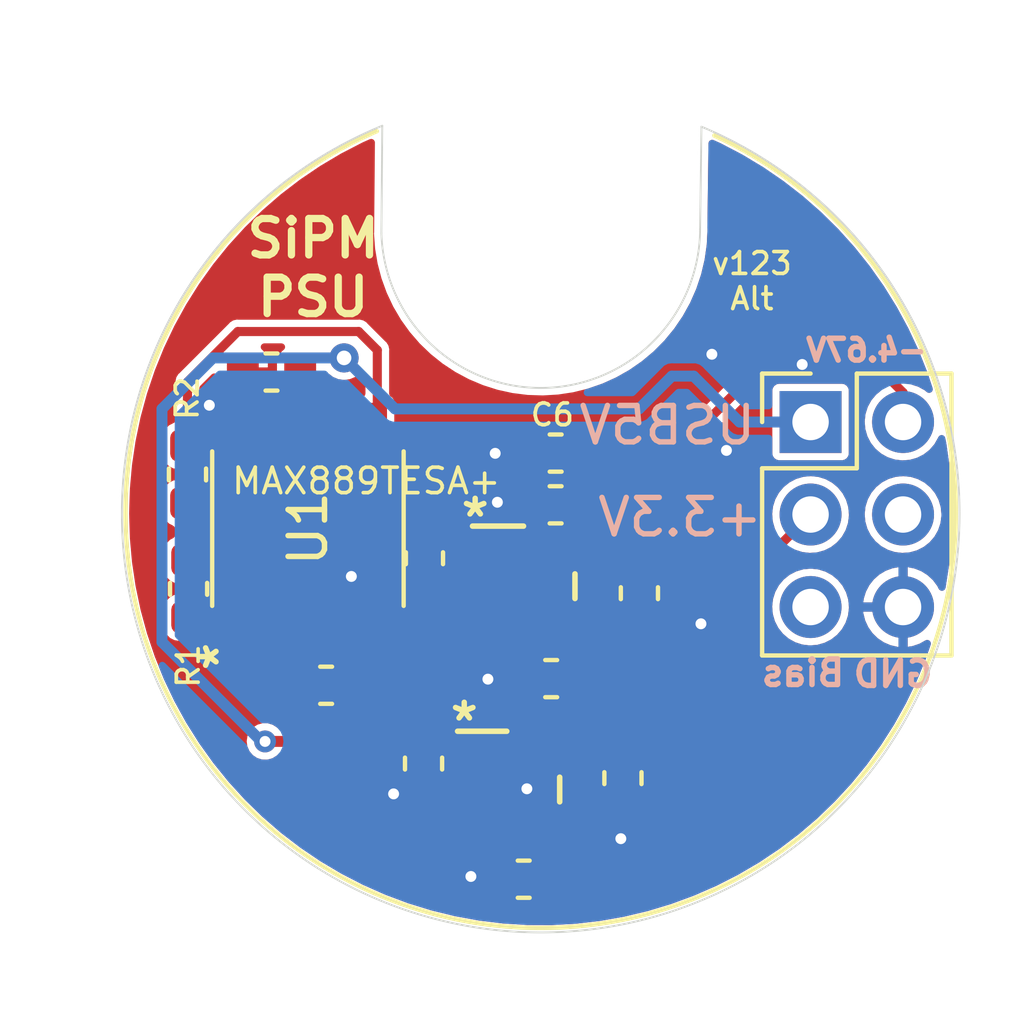
<source format=kicad_pcb>
(kicad_pcb (version 20210722) (generator pcbnew)
  (layers (0 "F.Cu" signal) (31 "B.Cu" signal) (34 "B.Paste" user) (35 "F.Paste" user) (36 "B.SilkS" user "B.Silkscreen") (37 "F.SilkS" user "F.Silkscreen") (38 "B.Mask" user) (39 "F.Mask" user) (44 "Edge.Cuts" user))
  (net 0 "")
  (net 1 "GND")
  (net 2 "+5V")
  (net 3 "VDDA")
  (net 4 "-5V")
  (net 5 "VSSA")
  (net 6 "Net-(C8-Pad2)")
  (net 7 "Net-(C8-Pad1)")
  (net 8 "Net-(C17-Pad2)")
  (net 9 "Net-(R8-Pad1)")
  (net 10 "Net-(R1-Pad1)")
  (footprint "footprints:C_0603_1608Metric" (layer "F.Cu") (at 199.53265 110.612501)
    (fp_text reference "C17" hide)
    (fp_text value "10n" hide)
    (fp_line (start -0.162779 0.51) (end 0.162779 0.51) (layer "F.SilkS") (width 0.12))
    (fp_line (start -0.162779 -0.51) (end 0.162779 -0.51) (layer "F.SilkS") (width 0.12))
    (pad "1" smd roundrect locked (at -0.7875 0) (size 0.875 0.95) (layers "F.Cu" "F.Paste" "F.Mask") (net 1 "GND"))
    (pad "2" smd roundrect locked (at 0.7875 0) (size 0.875 0.95) (layers "F.Cu" "F.Paste" "F.Mask") (net 8 "Net-(C17-Pad2)"))
  )
  (footprint "footprints:TPS79333DBVR" (layer "F.Cu") (at 199.5176 108.15)
    (fp_text reference "U5" hide)
    (fp_text value "TPS79333DBVR" hide)
    (fp_line (start -0.45 -1.6) (end -1.8 -1.6) (layer "F.SilkS") (width 0.1524))
    (fp_line (start 1.0033 0.337861) (end 1.0033 -0.337861) (layer "F.SilkS") (width 0.1524))
    (pad "1" smd rect locked (at -1.1176 -0.950001) (size 1.4732 0.5588) (layers "F.Cu" "F.Paste" "F.Mask") (net 2 "+5V"))
    (pad "2" smd rect locked (at -1.1176 0) (size 1.4732 0.5588) (layers "F.Cu" "F.Paste" "F.Mask") (net 1 "GND"))
    (pad "3" smd rect locked (at -1.1176 0.950001) (size 1.4732 0.5588) (layers "F.Cu" "F.Paste" "F.Mask") (net 2 "+5V"))
    (pad "4" smd rect locked (at 1.1176 0.950001) (size 1.4732 0.5588) (layers "F.Cu" "F.Paste" "F.Mask") (net 8 "Net-(C17-Pad2)"))
    (pad "5" smd rect locked (at 1.1176 -0.950001) (size 1.4732 0.5588) (layers "F.Cu" "F.Paste" "F.Mask") (net 3 "VDDA"))
  )
  (footprint "footprints:PinHeader_2x03_P2.54mm_Vertical" (layer "F.Cu") (at 207.41 98.06)
    (fp_text reference "J3" hide)
    (fp_text value "SSQ-103-03-G-D" hide)
    (fp_line (start 1.27 1.27) (end 1.27 -1.33) (layer "F.SilkS") (width 0.12))
    (fp_line (start 1.27 -1.33) (end 3.87 -1.33) (layer "F.SilkS") (width 0.12))
    (fp_line (start -1.33 1.27) (end -1.33 6.41) (layer "F.SilkS") (width 0.12))
    (fp_line (start -1.33 0) (end -1.33 -1.33) (layer "F.SilkS") (width 0.12))
    (fp_line (start -1.33 -1.33) (end 0 -1.33) (layer "F.SilkS") (width 0.12))
    (fp_line (start -1.33 6.41) (end 3.87 6.41) (layer "F.SilkS") (width 0.12))
    (fp_line (start -1.33 1.27) (end 1.27 1.27) (layer "F.SilkS") (width 0.12))
    (fp_line (start 3.87 -1.33) (end 3.87 6.41) (layer "F.SilkS") (width 0.12))
    (pad "1" thru_hole rect locked (at 0 0) (size 1.7 1.7) (drill 1) (layers *.Cu *.Mask) (net 2 "+5V"))
    (pad "2" thru_hole oval locked (at 2.54 0) (size 1.7 1.7) (drill 1) (layers *.Cu *.Mask) (net 5 "VSSA"))
    (pad "3" thru_hole oval locked (at 0 2.54) (size 1.7 1.7) (drill 1) (layers *.Cu *.Mask) (net 3 "VDDA"))
    (pad "4" thru_hole oval locked (at 2.54 2.54) (size 1.7 1.7) (drill 1) (layers *.Cu *.Mask))
    (pad "5" thru_hole oval locked (at 0 5.08) (size 1.7 1.7) (drill 1) (layers *.Cu *.Mask))
    (pad "6" thru_hole oval locked (at 2.54 5.08) (size 1.7 1.7) (drill 1) (layers *.Cu *.Mask) (net 1 "GND"))
  )
  (footprint "footprints:C_0603_1608Metric" (layer "F.Cu") (at 196.78265 107.437501 90)
    (fp_text reference "C2" hide)
    (fp_text value "1u" hide)
    (fp_line (start -0.162779 0.51) (end 0.162779 0.51) (layer "F.SilkS") (width 0.12))
    (fp_line (start -0.162779 -0.51) (end 0.162779 -0.51) (layer "F.SilkS") (width 0.12))
    (pad "1" smd roundrect locked (at -0.7875 0 90) (size 0.875 0.95) (layers "F.Cu" "F.Paste" "F.Mask") (net 1 "GND"))
    (pad "2" smd roundrect locked (at 0.7875 0 90) (size 0.875 0.95) (layers "F.Cu" "F.Paste" "F.Mask") (net 2 "+5V"))
  )
  (footprint "footprints:C_0603_1608Metric" (layer "F.Cu") (at 192.6074 96.6875)
    (fp_text reference "C1" hide)
    (fp_text value "22u" hide)
    (fp_line (start -0.162779 0.51) (end 0.162779 0.51) (layer "F.SilkS") (width 0.12))
    (fp_line (start -0.162779 -0.51) (end 0.162779 -0.51) (layer "F.SilkS") (width 0.12))
    (pad "1" smd roundrect locked (at -0.7875 0) (size 0.875 0.95) (layers "F.Cu" "F.Paste" "F.Mask") (net 1 "GND"))
    (pad "2" smd roundrect locked (at 0.7875 0) (size 0.875 0.95) (layers "F.Cu" "F.Paste" "F.Mask") (net 2 "+5V"))
  )
  (footprint "footprints:C_0603_1608Metric" (layer "F.Cu") (at 202.25765 107.837501 90)
    (fp_text reference "C3" hide)
    (fp_text value "22u" hide)
    (fp_line (start -0.162779 0.51) (end 0.162779 0.51) (layer "F.SilkS") (width 0.12))
    (fp_line (start -0.162779 -0.51) (end 0.162779 -0.51) (layer "F.SilkS") (width 0.12))
    (pad "1" smd roundrect locked (at -0.7875 0 90) (size 0.875 0.95) (layers "F.Cu" "F.Paste" "F.Mask") (net 1 "GND"))
    (pad "2" smd roundrect locked (at 0.7875 0 90) (size 0.875 0.95) (layers "F.Cu" "F.Paste" "F.Mask") (net 3 "VDDA"))
  )
  (footprint "footprints:C_0603_1608Metric" (layer "F.Cu") (at 194.1074 105.2875 180)
    (fp_text reference "C8" hide)
    (fp_text value "1u" hide)
    (fp_line (start -0.162779 -0.51) (end 0.162779 -0.51) (layer "F.SilkS") (width 0.12))
    (fp_line (start -0.162779 0.51) (end 0.162779 0.51) (layer "F.SilkS") (width 0.12))
    (pad "1" smd roundrect locked (at -0.7875 0 180) (size 0.875 0.95) (layers "F.Cu" "F.Paste" "F.Mask") (net 7 "Net-(C8-Pad1)"))
    (pad "2" smd roundrect locked (at 0.7875 0 180) (size 0.875 0.95) (layers "F.Cu" "F.Paste" "F.Mask") (net 6 "Net-(C8-Pad2)"))
  )
  (footprint "footprints:C_0603_1608Metric" (layer "F.Cu") (at 196.8074 101.8 90)
    (fp_text reference "C15" hide)
    (fp_text value "22u" hide)
    (fp_line (start -0.162779 0.51) (end 0.162779 0.51) (layer "F.SilkS") (width 0.12))
    (fp_line (start -0.162779 -0.51) (end 0.162779 -0.51) (layer "F.SilkS") (width 0.12))
    (pad "1" smd roundrect locked (at -0.7875 0 90) (size 0.875 0.95) (layers "F.Cu" "F.Paste" "F.Mask") (net 1 "GND"))
    (pad "2" smd roundrect locked (at 0.7875 0 90) (size 0.875 0.95) (layers "F.Cu" "F.Paste" "F.Mask") (net 4 "-5V"))
  )
  (footprint "footprints:R_0603_1608Metric" (layer "F.Cu") (at 200.2875 105.1055)
    (fp_text reference "R9" hide)
    (fp_text value "24.9k" hide)
    (fp_line (start -0.162779 -0.51) (end 0.162779 -0.51) (layer "F.SilkS") (width 0.12))
    (fp_line (start -0.162779 0.51) (end 0.162779 0.51) (layer "F.SilkS") (width 0.12))
    (pad "1" smd roundrect locked (at -0.7875 0) (size 0.875 0.95) (layers "F.Cu" "F.Paste" "F.Mask") (net 1 "GND"))
    (pad "2" smd roundrect locked (at 0.7875 0) (size 0.875 0.95) (layers "F.Cu" "F.Paste" "F.Mask") (net 9 "Net-(R8-Pad1)"))
  )
  (footprint "footprints:R_0603_1608Metric" (layer "F.Cu") (at 202.71 102.76 90)
    (fp_text reference "R8" hide)
    (fp_text value "73.2k" hide)
    (fp_line (start -0.162779 0.51) (end 0.162779 0.51) (layer "F.SilkS") (width 0.12))
    (fp_line (start -0.162779 -0.51) (end 0.162779 -0.51) (layer "F.SilkS") (width 0.12))
    (pad "1" smd roundrect locked (at -0.7875 0 90) (size 0.875 0.95) (layers "F.Cu" "F.Paste" "F.Mask") (net 9 "Net-(R8-Pad1)"))
    (pad "2" smd roundrect locked (at 0.7875 0 90) (size 0.875 0.95) (layers "F.Cu" "F.Paste" "F.Mask") (net 5 "VSSA"))
  )
  (footprint "footprints:MAX889TESA&plus_" (layer "F.Cu") (at 193.6074 100.9875 90)
    (fp_text reference "U1" (at 0 0 90) (layer "F.SilkS"))
    (fp_text value "MAX889TESA+" (at 1.3075 1.6026 180) (layer "F.SilkS") (effects (font (size 0.7 0.7) (thickness 0.1))))
    (fp_text user "*" (at -3.5125 -2.4074 90) (layer "F.SilkS"))
    (fp_line (start -2.1209 2.6289) (end 2.1209 2.6289) (layer "F.SilkS") (width 0.12))
    (fp_line (start 2.1209 -2.6289) (end -2.1209 -2.6289) (layer "F.SilkS") (width 0.12))
    (pad "1" smd rect locked (at -2.72415 -1.905 90) (size 1.4605 0.5334) (layers "F.Cu" "F.Paste" "F.Mask") (net 2 "+5V"))
    (pad "2" smd rect locked (at -2.72415 -0.635 90) (size 1.4605 0.5334) (layers "F.Cu" "F.Paste" "F.Mask") (net 6 "Net-(C8-Pad2)"))
    (pad "3" smd rect locked (at -2.72415 0.635 90) (size 1.4605 0.5334) (layers "F.Cu" "F.Paste" "F.Mask") (net 1 "GND"))
    (pad "4" smd rect locked (at -2.72415 1.905 90) (size 1.4605 0.5334) (layers "F.Cu" "F.Paste" "F.Mask") (net 7 "Net-(C8-Pad1)"))
    (pad "5" smd rect locked (at 2.72415 1.905 90) (size 1.4605 0.5334) (layers "F.Cu" "F.Paste" "F.Mask") (net 4 "-5V"))
    (pad "6" smd rect locked (at 2.72415 0.635 90) (size 1.4605 0.5334) (layers "F.Cu" "F.Paste" "F.Mask") (net 2 "+5V"))
    (pad "7" smd rect locked (at 2.72415 -0.635 90) (size 1.4605 0.5334) (layers "F.Cu" "F.Paste" "F.Mask") (net 10 "Net-(R1-Pad1)"))
    (pad "8" smd rect locked (at 2.72415 -1.905 90) (size 1.4605 0.5334) (layers "F.Cu" "F.Paste" "F.Mask") (net 1 "GND"))
  )
  (footprint "footprints:C_0603_1608Metric" (layer "F.Cu") (at 200.4089 100.332999)
    (fp_text reference "C5" hide)
    (fp_text value "22u" hide)
    (fp_line (start -0.162779 0.51) (end 0.162779 0.51) (layer "F.SilkS") (width 0.12))
    (fp_line (start -0.162779 -0.51) (end 0.162779 -0.51) (layer "F.SilkS") (width 0.12))
    (pad "1" smd roundrect locked (at -0.7875 0) (size 0.875 0.95) (layers "F.Cu" "F.Paste" "F.Mask") (net 1 "GND"))
    (pad "2" smd roundrect locked (at 0.7875 0) (size 0.875 0.95) (layers "F.Cu" "F.Paste" "F.Mask") (net 5 "VSSA"))
  )
  (footprint "footprints:TPS72301DBVR" (layer "F.Cu") (at 199.9375 102.568)
    (fp_text reference "U3" hide)
    (fp_text value "TPS72301DBVR" hide)
    (fp_line (start 1.0033 0.337861) (end 1.0033 -0.337861) (layer "F.SilkS") (width 0.1524))
    (fp_line (start -0.41 -1.65) (end -1.81 -1.65) (layer "F.SilkS") (width 0.1524))
    (pad "1" smd rect locked (at -1.1176 -0.950001) (size 1.4732 0.5588) (layers "F.Cu" "F.Paste" "F.Mask") (net 1 "GND"))
    (pad "2" smd rect locked (at -1.1176 0) (size 1.4732 0.5588) (layers "F.Cu" "F.Paste" "F.Mask") (net 4 "-5V"))
    (pad "3" smd rect locked (at -1.1176 0.950001) (size 1.4732 0.5588) (layers "F.Cu" "F.Paste" "F.Mask") (net 4 "-5V"))
    (pad "4" smd rect locked (at 1.1176 0.950001) (size 1.4732 0.5588) (layers "F.Cu" "F.Paste" "F.Mask") (net 9 "Net-(R8-Pad1)"))
    (pad "5" smd rect locked (at 1.1176 -0.950001) (size 1.4732 0.5588) (layers "F.Cu" "F.Paste" "F.Mask") (net 5 "VSSA"))
  )
  (footprint "footprints:C_0603_1608Metric" (layer "F.Cu") (at 200.4099 98.912999)
    (fp_text reference "C6" (at -0.09 -1.05 180) (layer "F.SilkS") (effects (font (size 0.6 0.6) (thickness 0.1))))
    (fp_text value "22u")
    (fp_line (start -0.162779 -0.51) (end 0.162779 -0.51) (layer "F.SilkS") (width 0.12))
    (fp_line (start -0.162779 0.51) (end 0.162779 0.51) (layer "F.SilkS") (width 0.12))
    (pad "1" smd roundrect locked (at -0.7875 0) (size 0.875 0.95) (layers "F.Cu" "F.Paste" "F.Mask") (net 1 "GND"))
    (pad "2" smd roundrect locked (at 0.7875 0) (size 0.875 0.95) (layers "F.Cu" "F.Paste" "F.Mask") (net 5 "VSSA"))
  )
  (footprint "footprints:R_0603_1608Metric" (layer "F.Cu") (at 190.33 102.64 -90)
    (fp_text reference "R1" (at 2.12 0.01 90) (layer "F.SilkS") (effects (font (size 0.6 0.6) (thickness 0.1))))
    (fp_text value "64.9k")
    (fp_line (start -0.162779 0.51) (end 0.162779 0.51) (layer "F.SilkS") (width 0.12))
    (fp_line (start -0.162779 -0.51) (end 0.162779 -0.51) (layer "F.SilkS") (width 0.12))
    (pad "1" smd roundrect locked (at -0.7875 0 270) (size 0.875 0.95) (layers "F.Cu" "F.Paste" "F.Mask") (net 10 "Net-(R1-Pad1)"))
    (pad "2" smd roundrect locked (at 0.7875 0 270) (size 0.875 0.95) (layers "F.Cu" "F.Paste" "F.Mask") (net 2 "+5V"))
  )
  (footprint "footprints:R_0603_1608Metric" (layer "F.Cu") (at 190.3 99.5 -90)
    (fp_text reference "R2" (at -2.09 0.01 90) (layer "F.SilkS") (effects (font (size 0.6 0.6) (thickness 0.1))))
    (fp_text value "64.9k")
    (fp_line (start -0.162779 -0.51) (end 0.162779 -0.51) (layer "F.SilkS") (width 0.12))
    (fp_line (start -0.162779 0.51) (end 0.162779 0.51) (layer "F.SilkS") (width 0.12))
    (pad "1" smd roundrect locked (at -0.7875 0 270) (size 0.875 0.95) (layers "F.Cu" "F.Paste" "F.Mask") (net 4 "-5V"))
    (pad "2" smd roundrect locked (at 0.7875 0 270) (size 0.875 0.95) (layers "F.Cu" "F.Paste" "F.Mask") (net 10 "Net-(R1-Pad1)"))
  )
  (gr_arc (start 200 100.55) (end 195.5 90.075) (angle -312.0290908) (layer "F.SilkS") (width 0.12))
  (gr_line (start 204.376754 92.766507) (end 204.414033 89.951384) (layer "Edge.Cuts") (width 0.05))
  (gr_arc (start 200 92.75) (end 195.625 92.875) (angle -178.1473288) (layer "Edge.Cuts") (width 0.05))
  (gr_line (start 195.625 92.875) (end 195.65 89.925) (layer "Edge.Cuts") (width 0.05))
  (gr_arc (start 200.000001 100.57262) (end 195.65 89.925) (angle -315.2108546) (layer "Edge.Cuts") (width 0.05))
  (gr_text "Bias" (at 207.2 104.95) (layer "B.SilkS") (effects (font (size 0.7 0.7)) (justify mirror)))
  (gr_text "USB5V" (at 203.475 98.15) (layer "B.SilkS") (effects (font (size 1 1)) (justify mirror)))
  (gr_text "GND" (at 209.675 104.975) (layer "B.SilkS") (effects (font (size 0.7 0.7)) (justify mirror)))
  (gr_text "+3.3V" (at 203.825 100.675) (layer "B.SilkS") (effects (font (size 1 1)) (justify mirror)))
  (gr_text "-4.67V" (at 208.94 96.09) (layer "B.SilkS") (effects (font (size 0.6 0.6)) (justify mirror)))
  (gr_text "v123\nAlt" (at 205.8 94.19) (layer "F.SilkS") (effects (font (size 0.6 0.6) (thickness 0.1))))
  (gr_text "*" (at 197.9 106.3) (layer "F.SilkS") (effects (font (size 1 1))))
  (gr_text "*" (at 198.2 100.7) (layer "F.SilkS") (effects (font (size 1 1))))
  (gr_text "SiPM\nPSU\n" (at 193.75 93.825) (layer "F.SilkS") (effects (font (size 1 1) (thickness 0.2))))
  (segment (start 198.782399 101.6555) (end 198.8199 101.617999) (width 0.5) (layer "F.Cu") (net 1))
  (segment (start 198.4 108.15) (end 197.1676 108.15) (width 0.5) (layer "F.Cu") (net 1))
  (segment (start 196.8074 102.5875) (end 194.903 102.5875) (width 0.3) (layer "F.Cu") (net 1))
  (segment (start 196.737651 108.27) (end 196.78265 108.225001) (width 0.3) (layer "F.Cu") (net 1))
  (segment (start 199.8199 100.242999) (end 198.7875 100.2555) (width 0.2) (layer "F.Cu") (net 1))
  (segment (start 194.903 102.5875) (end 194.2424 103.2481) (width 0.3) (layer "F.Cu") (net 1))
  (segment (start 191.8199 98.14585) (end 191.7024 98.26335) (width 0.3) (layer "F.Cu") (net 1))
  (segment (start 198.7949 105.1055) (end 199.5 105.1055) (width 0.25) (layer "F.Cu") (net 1))
  (segment (start 198.75 98.92) (end 199.615399 98.92) (width 0.3) (layer "F.Cu") (net 1))
  (segment (start 198.7375 100.2055) (end 198.7375 101.535599) (width 0.2) (layer "F.Cu") (net 1))
  (segment (start 199.615399 98.92) (end 199.6224 98.912999) (width 0.3) (layer "F.Cu") (net 1))
  (segment (start 194.2424 103.2481) (end 194.2424 103.71165) (width 0.3) (layer "F.Cu") (net 1))
  (segment (start 195.96 108.27) (end 196.737651 108.27) (width 0.3) (layer "F.Cu") (net 1))
  (segment (start 190.9 97.6) (end 190.9074 97.6) (width 0.25) (layer "F.Cu") (net 1))
  (segment (start 202.2 108.682651) (end 202.25765 108.625001) (width 0.3) (layer "F.Cu") (net 1))
  (segment (start 201.77015 108.137501) (end 198.85765 108.137501) (width 0.3) (layer "F.Cu") (net 1))
  (segment (start 202.25765 108.625001) (end 201.77015 108.137501) (width 0.3) (layer "F.Cu") (net 1))
  (segment (start 199.8 100.2445) (end 199.764 100.2805) (width 0.2) (layer "F.Cu") (net 1))
  (segment (start 190.9074 97.6) (end 191.8199 96.6875) (width 0.25) (layer "F.Cu") (net 1))
  (segment (start 191.8199 96.6875) (end 191.8199 98.14585) (width 0.3) (layer "F.Cu") (net 1))
  (segment (start 202.2 109.5) (end 202.2 108.682651) (width 0.3) (layer "F.Cu") (net 1))
  (segment (start 199.8 98.5555) (end 199.8 100.2445) (width 0.2) (layer "F.Cu") (net 1))
  (segment (start 198.7375 101.535599) (end 198.8199 101.617999) (width 0.2) (layer "F.Cu") (net 1))
  (via (at 198.55 105.12) (size 0.6) (drill 0.3) (layers "F.Cu" "B.Cu") (net 1))
  (via (at 198.8099 100.262999) (size 0.6) (drill 0.3) (layers "F.Cu" "B.Cu") (net 1))
  (via (at 199.62 108.13) (size 0.6) (drill 0.3) (layers "F.Cu" "B.Cu") (net 1))
  (via (at 198.08265 110.537501) (size 0.6) (drill 0.3) (layers "F.Cu" "B.Cu") (net 1))
  (via (at 198.75 98.92) (size 0.6) (drill 0.3) (layers "F.Cu" "B.Cu") (net 1))
  (via (at 205.1 98.84) (size 0.6) (drill 0.3) (layers "F.Cu" "B.Cu") (net 1))
  (via (at 202.2 109.5) (size 0.6) (drill 0.3) (layers "F.Cu" "B.Cu") (net 1))
  (via (at 207.18 96.48) (size 0.6) (drill 0.3) (layers "F.Cu" "B.Cu") (net 1))
  (via (at 204.4 103.6) (size 0.6) (drill 0.3) (layers "F.Cu" "B.Cu") (net 1))
  (via (at 190.9 97.6) (size 0.6) (drill 0.3) (layers "F.Cu" "B.Cu") (net 1))
  (via (at 194.8 102.3) (size 0.6) (drill 0.3) (layers "F.Cu" "B.Cu") (net 1))
  (via (at 204.7 96.2) (size 0.6) (drill 0.3) (layers "F.Cu" "B.Cu") (net 1))
  (via (at 195.96 108.27) (size 0.6) (drill 0.3) (layers "F.Cu" "B.Cu") (net 1))
  (segment (start 198.399999 107.2) (end 198.4 107.199999) (width 0.2) (layer "F.Cu") (net 2))
  (segment (start 196.602651 106.83) (end 192.43 106.83) (width 0.3) (layer "F.Cu") (net 2))
  (segment (start 194.6 96.3) (end 193.4 96.3) (width 0.25) (layer "F.Cu") (net 2))
  (segment (start 196.78265 106.83735) (end 196.78265 106.650001) (width 0.3) (layer "F.Cu") (net 2))
  (segment (start 195.310489 108.000963) (end 195.690963 107.620489) (width 0.3) (layer "F.Cu") (net 2))
  (segment (start 198.4 109.100001) (end 198.97015 109.100001) (width 0.2) (layer "F.Cu") (net 2))
  (segment (start 194.2424 98.26335) (end 194.2424 98.7269) (width 0.25) (layer "F.Cu") (net 2))
  (segment (start 194.2424 97.535) (end 193.3949 96.6875) (width 0.25) (layer "F.Cu") (net 2))
  (segment (start 190.54405 103.71165) (end 191.7024 103.71165) (width 0.3) (layer "F.Cu") (net 2))
  (segment (start 193.3949 96.3051) (end 193.3949 96.6875) (width 0.25) (layer "F.Cu") (net 2))
  (segment (start 193.4 96.3) (end 193.3949 96.3051) (width 0.25) (layer "F.Cu") (net 2))
  (segment (start 190.3074 103.475) (end 190.54405 103.71165) (width 0.3) (layer "F.Cu") (net 2))
  (segment (start 198.97015 109.100001) (end 199.006001 109.100001) (width 0.2) (layer "F.Cu") (net 2))
  (segment (start 195.999511 107.620489) (end 196.78265 106.83735) (width 0.3) (layer "F.Cu") (net 2))
  (segment (start 197.18265 106.537501) (end 197.857648 107.212499) (width 0.5) (layer "F.Cu") (net 2))
  (segment (start 198.4 109.100001) (end 195.871453 109.100001) (width 0.3) (layer "F.Cu") (net 2))
  (segment (start 198.895148 107.199999) (end 198.4 107.199999) (width 0.2) (layer "F.Cu") (net 2))
  (segment (start 196.78265 106.650001) (end 196.602651 106.83) (width 0.3) (layer "F.Cu") (net 2))
  (segment (start 194.2424 98.26335) (end 194.2424 97.535) (width 0.25) (layer "F.Cu") (net 2))
  (segment (start 191.7024 101.2669) (end 191.7024 103.71165) (width 0.25) (layer "F.Cu") (net 2))
  (segment (start 194.2424 98.7269) (end 191.7024 101.2669) (width 0.25) (layer "F.Cu") (net 2))
  (segment (start 195.871453 109.100001) (end 195.310489 108.539037) (width 0.3) (layer "F.Cu") (net 2))
  (segment (start 198.94515 107.250001) (end 198.895148 107.199999) (width 0.2) (layer "F.Cu") (net 2))
  (segment (start 195.310489 108.539037) (end 195.310489 108.000963) (width 0.3) (layer "F.Cu") (net 2))
  (segment (start 195.690963 107.620489) (end 195.999511 107.620489) (width 0.3) (layer "F.Cu") (net 2))
  (via (at 194.6 96.3) (size 0.8) (drill 0.4) (layers "F.Cu" "B.Cu") (net 2))
  (via (at 192.43 106.83) (size 0.6) (drill 0.3) (layers "F.Cu" "B.Cu") (net 2))
  (segment (start 207.05 97.7) (end 207.41 98.06) (width 0.3) (layer "B.Cu") (net 2))
  (segment (start 189.6 104.1) (end 192.317501 106.817501) (width 0.3) (layer "B.Cu") (net 2))
  (segment (start 196 97.7) (end 202.7 97.7) (width 0.3) (layer "B.Cu") (net 2))
  (segment (start 204.2 96.8) (end 205.46 98.06) (width 0.3) (layer "B.Cu") (net 2))
  (segment (start 205.46 98.06) (end 207.41 98.06) (width 0.3) (layer "B.Cu") (net 2))
  (segment (start 189.6 97.7) (end 189.6 104.1) (width 0.3) (layer "B.Cu") (net 2))
  (segment (start 191 96.3) (end 189.6 97.7) (width 0.3) (layer "B.Cu") (net 2))
  (segment (start 203.6 96.8) (end 204.2 96.8) (width 0.3) (layer "B.Cu") (net 2))
  (segment (start 194.6 96.3) (end 196 97.7) (width 0.3) (layer "B.Cu") (net 2))
  (segment (start 202.7 97.7) (end 203.6 96.8) (width 0.3) (layer "B.Cu") (net 2))
  (segment (start 194.6 96.3) (end 191 96.3) (width 0.3) (layer "B.Cu") (net 2))
  (segment (start 200.6352 107.199999) (end 201.0924 107.199999) (width 0.2) (layer "F.Cu") (net 3))
  (segment (start 200.6352 107.199999) (end 200.905101 107.199999) (width 0.2) (layer "F.Cu") (net 3))
  (segment (start 205.5 102.51) (end 205.595 102.415) (width 0.25) (layer "F.Cu") (net 3))
  (segment (start 207.657599 100.572501) (end 207.5676 100.6625) (width 0.2) (layer "F.Cu") (net 3))
  (segment (start 205.5 103.7) (end 205.5 103.41) (width 0.3) (layer "F.Cu") (net 3))
  (segment (start 205.595 102.415) (end 207.41 100.6) (width 0.25) (layer "F.Cu") (net 3))
  (segment (start 205.5 103.41) (end 205.5 102.51) (width 0.25) (layer "F.Cu") (net 3))
  (segment (start 202.157648 107.199999) (end 202.22015 107.262501) (width 0.3) (layer "F.Cu") (net 3))
  (segment (start 200.6352 107.199999) (end 202.157648 107.199999) (width 0.3) (layer "F.Cu") (net 3))
  (segment (start 202.22015 107.262501) (end 202.508271 107.262501) (width 0.3) (layer "F.Cu") (net 3))
  (segment (start 202.25765 107.050001) (end 202.25765 106.94235) (width 0.3) (layer "F.Cu") (net 3))
  (segment (start 207.667599 100.572501) (end 207.657599 100.572501) (width 0.2) (layer "F.Cu") (net 3))
  (segment (start 202.25765 106.94235) (end 205.5 103.7) (width 0.3) (layer "F.Cu") (net 3))
  (segment (start 196.8074 101.0125) (end 196.8074 99.55835) (width 0.3) (layer "F.Cu") (net 4))
  (segment (start 198.8199 103.518001) (end 198.018001 103.518001) (width 0.3) (layer "F.Cu") (net 4))
  (segment (start 190.3 98.7125) (end 190.3 96.95804) (width 0.25) (layer "F.Cu") (net 4))
  (segment (start 198.018001 103.518001) (end 197.7 103.2) (width 0.3) (layer "F.Cu") (net 4))
  (segment (start 197.7 103.2) (end 197.7 102.4) (width 0.3) (layer "F.Cu") (net 4))
  (segment (start 195.000103 95.575489) (end 195.5124 96.087786) (width 0.25) (layer "F.Cu") (net 4))
  (segment (start 195.5124 96.087786) (end 195.5124 98.26335) (width 0.25) (layer "F.Cu") (net 4))
  (segment (start 196.8074 99.55835) (end 195.5124 98.26335) (width 0.3) (layer "F.Cu") (net 4))
  (segment (start 197.7 101.9051) (end 196.8074 101.0125) (width 0.3) (layer "F.Cu") (net 4))
  (segment (start 198.8199 102.568) (end 197.868 102.568) (width 0.3) (layer "F.Cu") (net 4))
  (segment (start 191.682551 95.575489) (end 195.000103 95.575489) (width 0.25) (layer "F.Cu") (net 4))
  (segment (start 190.3 96.95804) (end 191.682551 95.575489) (width 0.25) (layer "F.Cu") (net 4))
  (segment (start 197.7 102.4) (end 197.7 101.9051) (width 0.3) (layer "F.Cu") (net 4))
  (segment (start 197.868 102.568) (end 197.7 102.4) (width 0.3) (layer "F.Cu") (net 4))
  (segment (start 203.0375 101.768) (end 201.205101 101.768) (width 0.2) (layer "F.Cu") (net 5))
  (segment (start 201.1964 100.332999) (end 201.1964 98.913999) (width 0.25) (layer "F.Cu") (net 5))
  (segment (start 203.687001 98.912999) (end 206.744511 95.855489) (width 0.25) (layer "F.Cu") (net 5))
  (segment (start 201.0551 101.617999) (end 201.0551 100.474299) (width 0.25) (layer "F.Cu") (net 5))
  (segment (start 206.744511 95.855489) (end 208.555489 95.855489) (width 0.25) (layer "F.Cu") (net 5))
  (segment (start 201.1964 98.913999) (end 201.1974 98.912999) (width 0.25) (layer "F.Cu") (net 5))
  (segment (start 201.0551 100.474299) (end 201.1964 100.332999) (width 0.25) (layer "F.Cu") (net 5))
  (segment (start 209.95 97.25) (end 209.95 98.06) (width 0.25) (layer "F.Cu") (net 5))
  (segment (start 201.205101 101.768) (end 201.0551 101.617999) (width 0.2) (layer "F.Cu") (net 5))
  (segment (start 201.375 98.5555) (end 201.4824 98.5555) (width 0.2) (layer "F.Cu") (net 5))
  (segment (start 201.1974 98.912999) (end 203.687001 98.912999) (width 0.25) (layer "F.Cu") (net 5))
  (segment (start 208.555489 95.855489) (end 209.95 97.25) (width 0.25) (layer "F.Cu") (net 5))
  (segment (start 192.9724 104.94) (end 193.3199 105.2875) (width 0.5) (layer "F.Cu") (net 6))
  (segment (start 192.9724 103.71165) (end 192.9724 104.94) (width 0.5) (layer "F.Cu") (net 6))
  (segment (start 195.5124 104.67) (end 194.8949 105.2875) (width 0.5) (layer "F.Cu") (net 7))
  (segment (start 195.5124 103.71165) (end 195.5124 104.67) (width 0.5) (layer "F.Cu") (net 7))
  (segment (start 200.32015 109.415051) (end 200.6352 109.100001) (width 0.3) (layer "F.Cu") (net 8))
  (segment (start 200.32015 110.612501) (end 200.32015 109.415051) (width 0.3) (layer "F.Cu") (net 8))
  (segment (start 202.862499 103.518001) (end 203.0375 103.343) (width 0.2) (layer "F.Cu") (net 9))
  (segment (start 203.0375 103.343) (end 203.0375 103.7805) (width 0.2) (layer "F.Cu") (net 9))
  (segment (start 201.7125 105.1055) (end 201.075 105.1055) (width 0.2) (layer "F.Cu") (net 9))
  (segment (start 201.0551 103.518001) (end 202.862499 103.518001) (width 0.2) (layer "F.Cu") (net 9))
  (segment (start 203.0375 103.7805) (end 201.7125 105.1055) (width 0.2) (layer "F.Cu") (net 9))
  (segment (start 190.3 100.2875) (end 191.324222 100.2875) (width 0.25) (layer "F.Cu") (net 10))
  (segment (start 192.9724 98.639322) (end 192.9724 98.26335) (width 0.25) (layer "F.Cu") (net 10))
  (segment (start 191.324222 100.2875) (end 192.9724 98.639322) (width 0.25) (layer "F.Cu") (net 10))
  (segment (start 190.3074 101.9) (end 190.3074 100.575) (width 0.3) (layer "F.Cu") (net 10))
  (zone (net 1) (net_name "GND") (layer "F.Cu") (connect_pads (clearance 0.2)) (min_thickness 0.2) (fill yes (thermal_gap 0.25) (thermal_bridge_width 0.25))
    (polygon (pts (xy 212.890815 112.873267) (xy 185.615815 112.873267) (xy 185.615815 86.473267) (xy 212.890815 86.473267)))
  )
  (zone (net 1) (net_name "GND") (layer "B.Cu") (connect_pads (clearance 0.2)) (min_thickness 0.2) (fill yes (thermal_gap 0.25) (thermal_bridge_width 0.25))
    (polygon (pts (xy 212.925 114.600001) (xy 185.65 114.600001) (xy 185.65 88.200001) (xy 212.925 88.200001)))
  )
)
</source>
